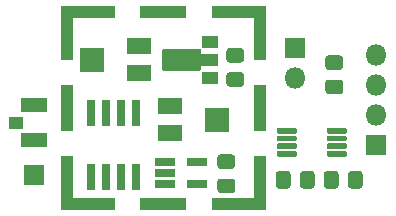
<source format=gbr>
%TF.GenerationSoftware,KiCad,Pcbnew,(5.1.6)-1*%
%TF.CreationDate,2020-10-30T20:39:21-07:00*%
%TF.ProjectId,frontendfull,66726f6e-7465-46e6-9466-756c6c2e6b69,rev?*%
%TF.SameCoordinates,Original*%
%TF.FileFunction,Soldermask,Top*%
%TF.FilePolarity,Negative*%
%FSLAX46Y46*%
G04 Gerber Fmt 4.6, Leading zero omitted, Abs format (unit mm)*
G04 Created by KiCad (PCBNEW (5.1.6)-1) date 2020-10-30 20:39:21*
%MOMM*%
%LPD*%
G01*
G04 APERTURE LIST*
%ADD10R,1.100000X3.650000*%
%ADD11R,1.100000X3.900000*%
%ADD12R,3.650000X1.100000*%
%ADD13R,3.900000X1.100000*%
%ADD14R,1.100000X1.100000*%
%ADD15R,1.660000X0.750000*%
%ADD16R,2.100000X1.400000*%
%ADD17R,2.100000X2.100000*%
%ADD18C,0.100000*%
%ADD19R,1.400000X1.000000*%
%ADD20R,0.700000X2.300000*%
%ADD21O,1.800000X1.800000*%
%ADD22R,1.800000X1.800000*%
%ADD23R,2.300000X1.150000*%
%ADD24R,1.150000X1.100000*%
G04 APERTURE END LIST*
D10*
%TO.C,J5*%
X98066000Y-107497000D03*
X81766000Y-107497000D03*
D11*
X98066000Y-101622000D03*
X81766000Y-101622000D03*
D10*
X98066000Y-95747000D03*
X81766000Y-95747000D03*
D12*
X95791000Y-109772000D03*
X95791000Y-93472000D03*
D13*
X89916000Y-109772000D03*
X89916000Y-93472000D03*
D12*
X84041000Y-109772000D03*
X84041000Y-93472000D03*
D14*
X81766000Y-109772000D03*
X98066000Y-109772000D03*
X98066000Y-93472000D03*
X81766000Y-93472000D03*
%TD*%
D15*
%TO.C,U3*%
X92790000Y-106172000D03*
X92790000Y-108072000D03*
X90090000Y-108072000D03*
X90090000Y-107122000D03*
X90090000Y-106172000D03*
%TD*%
D16*
%TO.C,RV2*%
X90456000Y-103766000D03*
D17*
X94456000Y-102616000D03*
D16*
X90456000Y-101466000D03*
%TD*%
%TO.C,R3*%
G36*
G01*
X100692000Y-107217738D02*
X100692000Y-108174262D01*
G75*
G02*
X100420262Y-108446000I-271738J0D01*
G01*
X99713738Y-108446000D01*
G75*
G02*
X99442000Y-108174262I0J271738D01*
G01*
X99442000Y-107217738D01*
G75*
G02*
X99713738Y-106946000I271738J0D01*
G01*
X100420262Y-106946000D01*
G75*
G02*
X100692000Y-107217738I0J-271738D01*
G01*
G37*
G36*
G01*
X102742000Y-107217738D02*
X102742000Y-108174262D01*
G75*
G02*
X102470262Y-108446000I-271738J0D01*
G01*
X101763738Y-108446000D01*
G75*
G02*
X101492000Y-108174262I0J271738D01*
G01*
X101492000Y-107217738D01*
G75*
G02*
X101763738Y-106946000I271738J0D01*
G01*
X102470262Y-106946000D01*
G75*
G02*
X102742000Y-107217738I0J-271738D01*
G01*
G37*
%TD*%
%TO.C,R2*%
G36*
G01*
X104756000Y-107217738D02*
X104756000Y-108174262D01*
G75*
G02*
X104484262Y-108446000I-271738J0D01*
G01*
X103777738Y-108446000D01*
G75*
G02*
X103506000Y-108174262I0J271738D01*
G01*
X103506000Y-107217738D01*
G75*
G02*
X103777738Y-106946000I271738J0D01*
G01*
X104484262Y-106946000D01*
G75*
G02*
X104756000Y-107217738I0J-271738D01*
G01*
G37*
G36*
G01*
X106806000Y-107217738D02*
X106806000Y-108174262D01*
G75*
G02*
X106534262Y-108446000I-271738J0D01*
G01*
X105827738Y-108446000D01*
G75*
G02*
X105556000Y-108174262I0J271738D01*
G01*
X105556000Y-107217738D01*
G75*
G02*
X105827738Y-106946000I271738J0D01*
G01*
X106534262Y-106946000D01*
G75*
G02*
X106806000Y-107217738I0J-271738D01*
G01*
G37*
%TD*%
%TO.C,U4*%
G36*
G01*
X103739000Y-103671000D02*
X103739000Y-103421000D01*
G75*
G02*
X103864000Y-103296000I125000J0D01*
G01*
X105339000Y-103296000D01*
G75*
G02*
X105464000Y-103421000I0J-125000D01*
G01*
X105464000Y-103671000D01*
G75*
G02*
X105339000Y-103796000I-125000J0D01*
G01*
X103864000Y-103796000D01*
G75*
G02*
X103739000Y-103671000I0J125000D01*
G01*
G37*
G36*
G01*
X103739000Y-104321000D02*
X103739000Y-104071000D01*
G75*
G02*
X103864000Y-103946000I125000J0D01*
G01*
X105339000Y-103946000D01*
G75*
G02*
X105464000Y-104071000I0J-125000D01*
G01*
X105464000Y-104321000D01*
G75*
G02*
X105339000Y-104446000I-125000J0D01*
G01*
X103864000Y-104446000D01*
G75*
G02*
X103739000Y-104321000I0J125000D01*
G01*
G37*
G36*
G01*
X103739000Y-104971000D02*
X103739000Y-104721000D01*
G75*
G02*
X103864000Y-104596000I125000J0D01*
G01*
X105339000Y-104596000D01*
G75*
G02*
X105464000Y-104721000I0J-125000D01*
G01*
X105464000Y-104971000D01*
G75*
G02*
X105339000Y-105096000I-125000J0D01*
G01*
X103864000Y-105096000D01*
G75*
G02*
X103739000Y-104971000I0J125000D01*
G01*
G37*
G36*
G01*
X103739000Y-105621000D02*
X103739000Y-105371000D01*
G75*
G02*
X103864000Y-105246000I125000J0D01*
G01*
X105339000Y-105246000D01*
G75*
G02*
X105464000Y-105371000I0J-125000D01*
G01*
X105464000Y-105621000D01*
G75*
G02*
X105339000Y-105746000I-125000J0D01*
G01*
X103864000Y-105746000D01*
G75*
G02*
X103739000Y-105621000I0J125000D01*
G01*
G37*
G36*
G01*
X99514000Y-105621000D02*
X99514000Y-105371000D01*
G75*
G02*
X99639000Y-105246000I125000J0D01*
G01*
X101114000Y-105246000D01*
G75*
G02*
X101239000Y-105371000I0J-125000D01*
G01*
X101239000Y-105621000D01*
G75*
G02*
X101114000Y-105746000I-125000J0D01*
G01*
X99639000Y-105746000D01*
G75*
G02*
X99514000Y-105621000I0J125000D01*
G01*
G37*
G36*
G01*
X99514000Y-104971000D02*
X99514000Y-104721000D01*
G75*
G02*
X99639000Y-104596000I125000J0D01*
G01*
X101114000Y-104596000D01*
G75*
G02*
X101239000Y-104721000I0J-125000D01*
G01*
X101239000Y-104971000D01*
G75*
G02*
X101114000Y-105096000I-125000J0D01*
G01*
X99639000Y-105096000D01*
G75*
G02*
X99514000Y-104971000I0J125000D01*
G01*
G37*
G36*
G01*
X99514000Y-104321000D02*
X99514000Y-104071000D01*
G75*
G02*
X99639000Y-103946000I125000J0D01*
G01*
X101114000Y-103946000D01*
G75*
G02*
X101239000Y-104071000I0J-125000D01*
G01*
X101239000Y-104321000D01*
G75*
G02*
X101114000Y-104446000I-125000J0D01*
G01*
X99639000Y-104446000D01*
G75*
G02*
X99514000Y-104321000I0J125000D01*
G01*
G37*
G36*
G01*
X99514000Y-103671000D02*
X99514000Y-103421000D01*
G75*
G02*
X99639000Y-103296000I125000J0D01*
G01*
X101114000Y-103296000D01*
G75*
G02*
X101239000Y-103421000I0J-125000D01*
G01*
X101239000Y-103671000D01*
G75*
G02*
X101114000Y-103796000I-125000J0D01*
G01*
X99639000Y-103796000D01*
G75*
G02*
X99514000Y-103671000I0J125000D01*
G01*
G37*
%TD*%
D18*
%TO.C,U2*%
G36*
X89892245Y-98451539D02*
G01*
X89882866Y-98448694D01*
X89874221Y-98444073D01*
X89866645Y-98437855D01*
X89860427Y-98430279D01*
X89855806Y-98421634D01*
X89852961Y-98412255D01*
X89852000Y-98402500D01*
X89852000Y-96669500D01*
X89852961Y-96659745D01*
X89855806Y-96650366D01*
X89860427Y-96641721D01*
X89866645Y-96634145D01*
X89874221Y-96627927D01*
X89882866Y-96623306D01*
X89892245Y-96620461D01*
X89902000Y-96619500D01*
X93027000Y-96619500D01*
X93036755Y-96620461D01*
X93046134Y-96623306D01*
X93054779Y-96627927D01*
X93062355Y-96634145D01*
X93068573Y-96641721D01*
X93073194Y-96650366D01*
X93076039Y-96659745D01*
X93077000Y-96669500D01*
X93077000Y-97036000D01*
X94502000Y-97036000D01*
X94511755Y-97036961D01*
X94521134Y-97039806D01*
X94529779Y-97044427D01*
X94537355Y-97050645D01*
X94543573Y-97058221D01*
X94548194Y-97066866D01*
X94551039Y-97076245D01*
X94552000Y-97086000D01*
X94552000Y-97986000D01*
X94551039Y-97995755D01*
X94548194Y-98005134D01*
X94543573Y-98013779D01*
X94537355Y-98021355D01*
X94529779Y-98027573D01*
X94521134Y-98032194D01*
X94511755Y-98035039D01*
X94502000Y-98036000D01*
X93077000Y-98036000D01*
X93077000Y-98402500D01*
X93076039Y-98412255D01*
X93073194Y-98421634D01*
X93068573Y-98430279D01*
X93062355Y-98437855D01*
X93054779Y-98444073D01*
X93046134Y-98448694D01*
X93036755Y-98451539D01*
X93027000Y-98452500D01*
X89902000Y-98452500D01*
X89892245Y-98451539D01*
G37*
D19*
X93852000Y-96036000D03*
X93852000Y-99036000D03*
%TD*%
D20*
%TO.C,U1*%
X87630000Y-107475000D03*
X87630000Y-102075000D03*
X86360000Y-107475000D03*
X86360000Y-102075000D03*
X85090000Y-107475000D03*
X85090000Y-102075000D03*
X83820000Y-107475000D03*
X83820000Y-102075000D03*
%TD*%
D16*
%TO.C,RV1*%
X87852000Y-96386000D03*
D17*
X83852000Y-97536000D03*
D16*
X87852000Y-98686000D03*
%TD*%
%TO.C,R1*%
G36*
G01*
X94771738Y-107588000D02*
X95728262Y-107588000D01*
G75*
G02*
X96000000Y-107859738I0J-271738D01*
G01*
X96000000Y-108566262D01*
G75*
G02*
X95728262Y-108838000I-271738J0D01*
G01*
X94771738Y-108838000D01*
G75*
G02*
X94500000Y-108566262I0J271738D01*
G01*
X94500000Y-107859738D01*
G75*
G02*
X94771738Y-107588000I271738J0D01*
G01*
G37*
G36*
G01*
X94771738Y-105538000D02*
X95728262Y-105538000D01*
G75*
G02*
X96000000Y-105809738I0J-271738D01*
G01*
X96000000Y-106516262D01*
G75*
G02*
X95728262Y-106788000I-271738J0D01*
G01*
X94771738Y-106788000D01*
G75*
G02*
X94500000Y-106516262I0J271738D01*
G01*
X94500000Y-105809738D01*
G75*
G02*
X94771738Y-105538000I271738J0D01*
G01*
G37*
%TD*%
D21*
%TO.C,J4*%
X107950000Y-97155000D03*
X107950000Y-99695000D03*
X107950000Y-102235000D03*
D22*
X107950000Y-104775000D03*
%TD*%
D23*
%TO.C,J3*%
X78994000Y-101395000D03*
D24*
X77469000Y-102870000D03*
D23*
X78994000Y-104345000D03*
%TD*%
D22*
%TO.C,J2*%
X78994000Y-107315000D03*
%TD*%
D21*
%TO.C,J1*%
X101092000Y-99060000D03*
D22*
X101092000Y-96520000D03*
%TD*%
%TO.C,C2*%
G36*
G01*
X104872262Y-98406000D02*
X103915738Y-98406000D01*
G75*
G02*
X103644000Y-98134262I0J271738D01*
G01*
X103644000Y-97427738D01*
G75*
G02*
X103915738Y-97156000I271738J0D01*
G01*
X104872262Y-97156000D01*
G75*
G02*
X105144000Y-97427738I0J-271738D01*
G01*
X105144000Y-98134262D01*
G75*
G02*
X104872262Y-98406000I-271738J0D01*
G01*
G37*
G36*
G01*
X104872262Y-100456000D02*
X103915738Y-100456000D01*
G75*
G02*
X103644000Y-100184262I0J271738D01*
G01*
X103644000Y-99477738D01*
G75*
G02*
X103915738Y-99206000I271738J0D01*
G01*
X104872262Y-99206000D01*
G75*
G02*
X105144000Y-99477738I0J-271738D01*
G01*
X105144000Y-100184262D01*
G75*
G02*
X104872262Y-100456000I-271738J0D01*
G01*
G37*
%TD*%
%TO.C,C1*%
G36*
G01*
X95533738Y-98580000D02*
X96490262Y-98580000D01*
G75*
G02*
X96762000Y-98851738I0J-271738D01*
G01*
X96762000Y-99558262D01*
G75*
G02*
X96490262Y-99830000I-271738J0D01*
G01*
X95533738Y-99830000D01*
G75*
G02*
X95262000Y-99558262I0J271738D01*
G01*
X95262000Y-98851738D01*
G75*
G02*
X95533738Y-98580000I271738J0D01*
G01*
G37*
G36*
G01*
X95533738Y-96530000D02*
X96490262Y-96530000D01*
G75*
G02*
X96762000Y-96801738I0J-271738D01*
G01*
X96762000Y-97508262D01*
G75*
G02*
X96490262Y-97780000I-271738J0D01*
G01*
X95533738Y-97780000D01*
G75*
G02*
X95262000Y-97508262I0J271738D01*
G01*
X95262000Y-96801738D01*
G75*
G02*
X95533738Y-96530000I271738J0D01*
G01*
G37*
%TD*%
M02*

</source>
